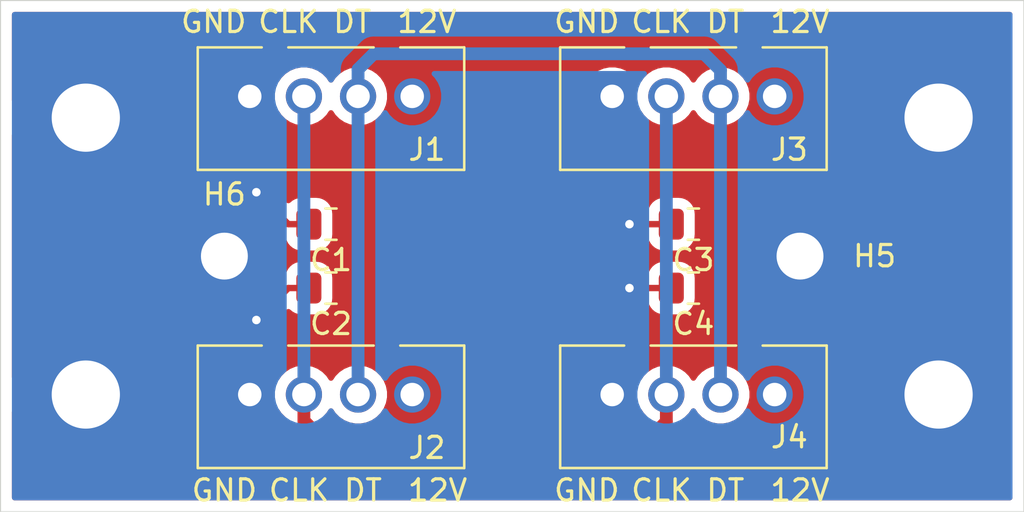
<source format=kicad_pcb>
(kicad_pcb (version 20171130) (host pcbnew "(5.1.12)-1")

  (general
    (thickness 1.6)
    (drawings 20)
    (tracks 28)
    (zones 0)
    (modules 14)
    (nets 5)
  )

  (page A4)
  (layers
    (0 F.Cu signal)
    (31 B.Cu signal)
    (32 B.Adhes user)
    (33 F.Adhes user)
    (34 B.Paste user)
    (35 F.Paste user)
    (36 B.SilkS user)
    (37 F.SilkS user)
    (38 B.Mask user)
    (39 F.Mask user)
    (40 Dwgs.User user)
    (41 Cmts.User user)
    (42 Eco1.User user)
    (43 Eco2.User user)
    (44 Edge.Cuts user)
    (45 Margin user)
    (46 B.CrtYd user)
    (47 F.CrtYd user)
    (48 B.Fab user hide)
    (49 F.Fab user hide)
  )

  (setup
    (last_trace_width 0.25)
    (user_trace_width 0.3)
    (user_trace_width 0.4)
    (user_trace_width 0.5)
    (user_trace_width 0.6)
    (user_trace_width 0.7)
    (user_trace_width 0.8)
    (trace_clearance 0.2)
    (zone_clearance 0.508)
    (zone_45_only no)
    (trace_min 0.2)
    (via_size 0.8)
    (via_drill 0.4)
    (via_min_size 0.4)
    (via_min_drill 0.3)
    (uvia_size 0.3)
    (uvia_drill 0.1)
    (uvias_allowed no)
    (uvia_min_size 0.2)
    (uvia_min_drill 0.1)
    (edge_width 0.05)
    (segment_width 0.2)
    (pcb_text_width 0.3)
    (pcb_text_size 1.5 1.5)
    (mod_edge_width 0.12)
    (mod_text_size 1 1)
    (mod_text_width 0.15)
    (pad_size 1.524 1.524)
    (pad_drill 0.762)
    (pad_to_mask_clearance 0)
    (aux_axis_origin 0 0)
    (visible_elements 7FFFFFFF)
    (pcbplotparams
      (layerselection 0x010fc_ffffffff)
      (usegerberextensions true)
      (usegerberattributes false)
      (usegerberadvancedattributes false)
      (creategerberjobfile false)
      (excludeedgelayer true)
      (linewidth 0.100000)
      (plotframeref false)
      (viasonmask false)
      (mode 1)
      (useauxorigin false)
      (hpglpennumber 1)
      (hpglpenspeed 20)
      (hpglpendiameter 15.000000)
      (psnegative false)
      (psa4output false)
      (plotreference true)
      (plotvalue false)
      (plotinvisibletext false)
      (padsonsilk false)
      (subtractmaskfromsilk true)
      (outputformat 1)
      (mirror false)
      (drillshape 0)
      (scaleselection 1)
      (outputdirectory "Mfg Files/Gerber/"))
  )

  (net 0 "")
  (net 1 GND)
  (net 2 +12V)
  (net 3 SDA)
  (net 4 SCL)

  (net_class Default "This is the default net class."
    (clearance 0.2)
    (trace_width 0.25)
    (via_dia 0.8)
    (via_drill 0.4)
    (uvia_dia 0.3)
    (uvia_drill 0.1)
    (add_net +12V)
    (add_net GND)
    (add_net SCL)
    (add_net SDA)
  )

  (module Stepper_Motor_Controller_Footprint_Lib:1005-003 (layer F.Cu) (tedit 632DE81F) (tstamp 632DE4B8)
    (at 149 88 180)
    (path /632E538B)
    (fp_text reference J4 (at -4.5 -2) (layer F.SilkS)
      (effects (font (size 1 1) (thickness 0.15)))
    )
    (fp_text value Comm_Connector (at -2.8 -5.8) (layer F.Fab)
      (effects (font (size 1 1) (thickness 0.15)))
    )
    (fp_line (start 6.5 -3.7) (end -6.5 -3.7) (layer F.CrtYd) (width 0.12))
    (fp_line (start 6.5 2.5) (end 6.5 -3.7) (layer F.CrtYd) (width 0.12))
    (fp_line (start -6.5 2.5) (end 6.5 2.5) (layer F.CrtYd) (width 0.12))
    (fp_line (start -6.5 -3.7) (end -6.5 2.5) (layer F.CrtYd) (width 0.12))
    (fp_line (start 6.25 -3.45) (end 6.25 2.3) (layer F.SilkS) (width 0.12))
    (fp_line (start -6.25 -3.45) (end 6.25 -3.45) (layer F.SilkS) (width 0.12))
    (fp_line (start -6.25 2.3) (end -6.25 -3.45) (layer F.SilkS) (width 0.12))
    (fp_line (start -2 2.3) (end 2 2.3) (layer F.SilkS) (width 0.12))
    (fp_line (start 6.25 2.3) (end 3.25 2.3) (layer F.SilkS) (width 0.12))
    (fp_line (start -6.25 2.3) (end -3.25 2.3) (layer F.SilkS) (width 0.12))
    (pad 1 thru_hole circle (at -3.81 0 180) (size 1.7 1.7) (drill 1.1) (layers *.Cu *.Mask)
      (net 2 +12V))
    (pad 2 thru_hole circle (at -1.27 0 270) (size 1.7 1.7) (drill 1.1) (layers *.Cu *.Mask)
      (net 3 SDA))
    (pad 4 thru_hole circle (at 3.81 0 180) (size 1.7 1.7) (drill 1.1) (layers *.Cu *.Mask)
      (net 1 GND))
    (pad 3 thru_hole circle (at 1.27 0 180) (size 1.7 1.7) (drill 1.1) (layers *.Cu *.Mask)
      (net 4 SCL))
    (model ${MODELS}/1005-003.STEP
      (offset (xyz -6.3 -2.3 0))
      (scale (xyz 1 1 1))
      (rotate (xyz -90 0 0))
    )
    (model "C:/Users/AJ992/Documents/My Projects/DAMPING_ADJUSTER/Stepper Motor Controller/CAD/STEP/1005-003.STEP"
      (offset (xyz -6.25 -2.25 0))
      (scale (xyz 1 1 1))
      (rotate (xyz -90 0 0))
    )
  )

  (module Stepper_Motor_Controller_Footprint_Lib:1005-003 (layer F.Cu) (tedit 632DE81F) (tstamp 632DE572)
    (at 149 74 180)
    (path /632E4ADE)
    (fp_text reference J3 (at -4.5 -2.5) (layer F.SilkS)
      (effects (font (size 1 1) (thickness 0.15)))
    )
    (fp_text value Comm_Connector (at -2.8 -5.8) (layer F.Fab)
      (effects (font (size 1 1) (thickness 0.15)))
    )
    (fp_line (start 6.5 -3.7) (end -6.5 -3.7) (layer F.CrtYd) (width 0.12))
    (fp_line (start 6.5 2.5) (end 6.5 -3.7) (layer F.CrtYd) (width 0.12))
    (fp_line (start -6.5 2.5) (end 6.5 2.5) (layer F.CrtYd) (width 0.12))
    (fp_line (start -6.5 -3.7) (end -6.5 2.5) (layer F.CrtYd) (width 0.12))
    (fp_line (start 6.25 -3.45) (end 6.25 2.3) (layer F.SilkS) (width 0.12))
    (fp_line (start -6.25 -3.45) (end 6.25 -3.45) (layer F.SilkS) (width 0.12))
    (fp_line (start -6.25 2.3) (end -6.25 -3.45) (layer F.SilkS) (width 0.12))
    (fp_line (start -2 2.3) (end 2 2.3) (layer F.SilkS) (width 0.12))
    (fp_line (start 6.25 2.3) (end 3.25 2.3) (layer F.SilkS) (width 0.12))
    (fp_line (start -6.25 2.3) (end -3.25 2.3) (layer F.SilkS) (width 0.12))
    (pad 1 thru_hole circle (at -3.81 0 180) (size 1.7 1.7) (drill 1.1) (layers *.Cu *.Mask)
      (net 2 +12V))
    (pad 2 thru_hole circle (at -1.27 0 270) (size 1.7 1.7) (drill 1.1) (layers *.Cu *.Mask)
      (net 3 SDA))
    (pad 4 thru_hole circle (at 3.81 0 180) (size 1.7 1.7) (drill 1.1) (layers *.Cu *.Mask)
      (net 1 GND))
    (pad 3 thru_hole circle (at 1.27 0 180) (size 1.7 1.7) (drill 1.1) (layers *.Cu *.Mask)
      (net 4 SCL))
    (model ${MODELS}/1005-003.STEP
      (offset (xyz -6.3 -2.3 0))
      (scale (xyz 1 1 1))
      (rotate (xyz -90 0 0))
    )
    (model "C:/Users/AJ992/Documents/My Projects/DAMPING_ADJUSTER/Stepper Motor Controller/CAD/STEP/1005-003.STEP"
      (offset (xyz -6.25 -2.25 0))
      (scale (xyz 1 1 1))
      (rotate (xyz -90 0 0))
    )
  )

  (module Stepper_Motor_Controller_Footprint_Lib:1005-003 (layer F.Cu) (tedit 632DE81F) (tstamp 632DE494)
    (at 132 88 180)
    (path /632E3322)
    (fp_text reference J2 (at -4.5 -2.5) (layer F.SilkS)
      (effects (font (size 1 1) (thickness 0.15)))
    )
    (fp_text value Comm_Connector (at -2.8 -5.8) (layer F.Fab)
      (effects (font (size 1 1) (thickness 0.15)))
    )
    (fp_line (start 6.5 -3.7) (end -6.5 -3.7) (layer F.CrtYd) (width 0.12))
    (fp_line (start 6.5 2.5) (end 6.5 -3.7) (layer F.CrtYd) (width 0.12))
    (fp_line (start -6.5 2.5) (end 6.5 2.5) (layer F.CrtYd) (width 0.12))
    (fp_line (start -6.5 -3.7) (end -6.5 2.5) (layer F.CrtYd) (width 0.12))
    (fp_line (start 6.25 -3.45) (end 6.25 2.3) (layer F.SilkS) (width 0.12))
    (fp_line (start -6.25 -3.45) (end 6.25 -3.45) (layer F.SilkS) (width 0.12))
    (fp_line (start -6.25 2.3) (end -6.25 -3.45) (layer F.SilkS) (width 0.12))
    (fp_line (start -2 2.3) (end 2 2.3) (layer F.SilkS) (width 0.12))
    (fp_line (start 6.25 2.3) (end 3.25 2.3) (layer F.SilkS) (width 0.12))
    (fp_line (start -6.25 2.3) (end -3.25 2.3) (layer F.SilkS) (width 0.12))
    (pad 1 thru_hole circle (at -3.81 0 180) (size 1.7 1.7) (drill 1.1) (layers *.Cu *.Mask)
      (net 2 +12V))
    (pad 2 thru_hole circle (at -1.27 0 270) (size 1.7 1.7) (drill 1.1) (layers *.Cu *.Mask)
      (net 3 SDA))
    (pad 4 thru_hole circle (at 3.81 0 180) (size 1.7 1.7) (drill 1.1) (layers *.Cu *.Mask)
      (net 1 GND))
    (pad 3 thru_hole circle (at 1.27 0 180) (size 1.7 1.7) (drill 1.1) (layers *.Cu *.Mask)
      (net 4 SCL))
    (model ${MODELS}/1005-003.STEP
      (offset (xyz -6.3 -2.3 0))
      (scale (xyz 1 1 1))
      (rotate (xyz -90 0 0))
    )
    (model "C:/Users/AJ992/Documents/My Projects/DAMPING_ADJUSTER/Stepper Motor Controller/CAD/STEP/1005-003.STEP"
      (offset (xyz -6.25 -2.25 0))
      (scale (xyz 1 1 1))
      (rotate (xyz -90 0 0))
    )
  )

  (module Stepper_Motor_Controller_Footprint_Lib:1005-003 (layer F.Cu) (tedit 632DE81F) (tstamp 632DE482)
    (at 132 74 180)
    (path /632DE4A5)
    (fp_text reference J1 (at -4.5 -2.5) (layer F.SilkS)
      (effects (font (size 1 1) (thickness 0.15)))
    )
    (fp_text value Comm_Connector (at -2.8 -5.8) (layer F.Fab)
      (effects (font (size 1 1) (thickness 0.15)))
    )
    (fp_line (start 6.5 -3.7) (end -6.5 -3.7) (layer F.CrtYd) (width 0.12))
    (fp_line (start 6.5 2.5) (end 6.5 -3.7) (layer F.CrtYd) (width 0.12))
    (fp_line (start -6.5 2.5) (end 6.5 2.5) (layer F.CrtYd) (width 0.12))
    (fp_line (start -6.5 -3.7) (end -6.5 2.5) (layer F.CrtYd) (width 0.12))
    (fp_line (start 6.25 -3.45) (end 6.25 2.3) (layer F.SilkS) (width 0.12))
    (fp_line (start -6.25 -3.45) (end 6.25 -3.45) (layer F.SilkS) (width 0.12))
    (fp_line (start -6.25 2.3) (end -6.25 -3.45) (layer F.SilkS) (width 0.12))
    (fp_line (start -2 2.3) (end 2 2.3) (layer F.SilkS) (width 0.12))
    (fp_line (start 6.25 2.3) (end 3.25 2.3) (layer F.SilkS) (width 0.12))
    (fp_line (start -6.25 2.3) (end -3.25 2.3) (layer F.SilkS) (width 0.12))
    (pad 1 thru_hole circle (at -3.81 0 180) (size 1.7 1.7) (drill 1.1) (layers *.Cu *.Mask)
      (net 2 +12V))
    (pad 2 thru_hole circle (at -1.27 0 270) (size 1.7 1.7) (drill 1.1) (layers *.Cu *.Mask)
      (net 3 SDA))
    (pad 4 thru_hole circle (at 3.81 0 180) (size 1.7 1.7) (drill 1.1) (layers *.Cu *.Mask)
      (net 1 GND))
    (pad 3 thru_hole circle (at 1.27 0 180) (size 1.7 1.7) (drill 1.1) (layers *.Cu *.Mask)
      (net 4 SCL))
    (model ${MODELS}/1005-003.STEP
      (offset (xyz -6.3 -2.3 0))
      (scale (xyz 1 1 1))
      (rotate (xyz -90 0 0))
    )
    (model "C:/Users/AJ992/Documents/My Projects/DAMPING_ADJUSTER/Stepper Motor Controller/CAD/STEP/1005-003.STEP"
      (offset (xyz -6.25 -2.25 0))
      (scale (xyz 1 1 1))
      (rotate (xyz -90 0 0))
    )
  )

  (module MountingHole:MountingHole_2.2mm_M2_DIN965_Pad (layer F.Cu) (tedit 56D1B4CB) (tstamp 632DECEF)
    (at 127 81.5)
    (descr "Mounting Hole 2.2mm, M2, DIN965")
    (tags "mounting hole 2.2mm m2 din965")
    (path /632F1F82)
    (attr virtual)
    (fp_text reference H6 (at 0 -2.9) (layer F.SilkS)
      (effects (font (size 1 1) (thickness 0.15)))
    )
    (fp_text value MountingHole_Pad (at 0 2.9) (layer F.Fab)
      (effects (font (size 1 1) (thickness 0.15)))
    )
    (fp_circle (center 0 0) (end 2.15 0) (layer F.CrtYd) (width 0.05))
    (fp_circle (center 0 0) (end 1.9 0) (layer Cmts.User) (width 0.15))
    (fp_text user %R (at 0.3 0) (layer F.Fab)
      (effects (font (size 1 1) (thickness 0.15)))
    )
    (pad 1 thru_hole circle (at 0 0) (size 3.8 3.8) (drill 2.2) (layers *.Cu *.Mask)
      (net 1 GND))
  )

  (module MountingHole:MountingHole_2.2mm_M2_DIN965_Pad (layer F.Cu) (tedit 56D1B4CB) (tstamp 632DECE7)
    (at 154 81.5)
    (descr "Mounting Hole 2.2mm, M2, DIN965")
    (tags "mounting hole 2.2mm m2 din965")
    (path /632F22B5)
    (attr virtual)
    (fp_text reference H5 (at 3.5 0) (layer F.SilkS)
      (effects (font (size 1 1) (thickness 0.15)))
    )
    (fp_text value MountingHole_Pad (at 0 2.9) (layer F.Fab)
      (effects (font (size 1 1) (thickness 0.15)))
    )
    (fp_circle (center 0 0) (end 2.15 0) (layer F.CrtYd) (width 0.05))
    (fp_circle (center 0 0) (end 1.9 0) (layer Cmts.User) (width 0.15))
    (fp_text user %R (at 0.3 0) (layer F.Fab)
      (effects (font (size 1 1) (thickness 0.15)))
    )
    (pad 1 thru_hole circle (at 0 0) (size 3.8 3.8) (drill 2.2) (layers *.Cu *.Mask)
      (net 1 GND))
  )

  (module MountingHole:MountingHole_3.2mm_M3_DIN965_Pad (layer F.Cu) (tedit 56D1B4CB) (tstamp 632DECDF)
    (at 120.5 88)
    (descr "Mounting Hole 3.2mm, M3, DIN965")
    (tags "mounting hole 3.2mm m3 din965")
    (path /632F0BFC)
    (attr virtual)
    (fp_text reference H4 (at 0 -3.8) (layer F.SilkS) hide
      (effects (font (size 1 1) (thickness 0.15)))
    )
    (fp_text value MountingHole_Pad (at 0 3.8) (layer F.Fab)
      (effects (font (size 1 1) (thickness 0.15)))
    )
    (fp_circle (center 0 0) (end 3.05 0) (layer F.CrtYd) (width 0.05))
    (fp_circle (center 0 0) (end 2.8 0) (layer Cmts.User) (width 0.15))
    (fp_text user %R (at 0.3 0) (layer F.Fab)
      (effects (font (size 1 1) (thickness 0.15)))
    )
    (pad 1 thru_hole circle (at 0 0) (size 5.6 5.6) (drill 3.2) (layers *.Cu *.Mask)
      (net 1 GND))
  )

  (module MountingHole:MountingHole_3.2mm_M3_DIN965_Pad (layer F.Cu) (tedit 56D1B4CB) (tstamp 632DECD7)
    (at 120.5 75)
    (descr "Mounting Hole 3.2mm, M3, DIN965")
    (tags "mounting hole 3.2mm m3 din965")
    (path /632F0DFC)
    (attr virtual)
    (fp_text reference H3 (at 0 -3.8) (layer F.SilkS) hide
      (effects (font (size 1 1) (thickness 0.15)))
    )
    (fp_text value MountingHole_Pad (at 0 3.8) (layer F.Fab)
      (effects (font (size 1 1) (thickness 0.15)))
    )
    (fp_circle (center 0 0) (end 3.05 0) (layer F.CrtYd) (width 0.05))
    (fp_circle (center 0 0) (end 2.8 0) (layer Cmts.User) (width 0.15))
    (fp_text user %R (at 0.3 0) (layer F.Fab)
      (effects (font (size 1 1) (thickness 0.15)))
    )
    (pad 1 thru_hole circle (at 0 0) (size 5.6 5.6) (drill 3.2) (layers *.Cu *.Mask)
      (net 1 GND))
  )

  (module MountingHole:MountingHole_3.2mm_M3_DIN965_Pad (layer F.Cu) (tedit 56D1B4CB) (tstamp 632DECCF)
    (at 160.5 88)
    (descr "Mounting Hole 3.2mm, M3, DIN965")
    (tags "mounting hole 3.2mm m3 din965")
    (path /632F1B0B)
    (attr virtual)
    (fp_text reference H2 (at 0 -3.8) (layer F.SilkS) hide
      (effects (font (size 1 1) (thickness 0.15)))
    )
    (fp_text value MountingHole_Pad (at 0 3.8) (layer F.Fab)
      (effects (font (size 1 1) (thickness 0.15)))
    )
    (fp_circle (center 0 0) (end 3.05 0) (layer F.CrtYd) (width 0.05))
    (fp_circle (center 0 0) (end 2.8 0) (layer Cmts.User) (width 0.15))
    (fp_text user %R (at 0.3 0) (layer F.Fab)
      (effects (font (size 1 1) (thickness 0.15)))
    )
    (pad 1 thru_hole circle (at 0 0) (size 5.6 5.6) (drill 3.2) (layers *.Cu *.Mask)
      (net 1 GND))
  )

  (module MountingHole:MountingHole_3.2mm_M3_DIN965_Pad (layer F.Cu) (tedit 56D1B4CB) (tstamp 632DECC7)
    (at 160.5 75)
    (descr "Mounting Hole 3.2mm, M3, DIN965")
    (tags "mounting hole 3.2mm m3 din965")
    (path /632F1C9E)
    (attr virtual)
    (fp_text reference H1 (at 0 -3.8) (layer F.SilkS) hide
      (effects (font (size 1 1) (thickness 0.15)))
    )
    (fp_text value MountingHole_Pad (at 0 3.8) (layer F.Fab)
      (effects (font (size 1 1) (thickness 0.15)))
    )
    (fp_circle (center 0 0) (end 3.05 0) (layer F.CrtYd) (width 0.05))
    (fp_circle (center 0 0) (end 2.8 0) (layer Cmts.User) (width 0.15))
    (fp_text user %R (at 0.3 0) (layer F.Fab)
      (effects (font (size 1 1) (thickness 0.15)))
    )
    (pad 1 thru_hole circle (at 0 0) (size 5.6 5.6) (drill 3.2) (layers *.Cu *.Mask)
      (net 1 GND))
  )

  (module Capacitor_SMD:C_0805_2012Metric_Pad1.18x1.45mm_HandSolder (layer F.Cu) (tedit 5F68FEEF) (tstamp 632DE62E)
    (at 149 83 180)
    (descr "Capacitor SMD 0805 (2012 Metric), square (rectangular) end terminal, IPC_7351 nominal with elongated pad for handsoldering. (Body size source: IPC-SM-782 page 76, https://www.pcb-3d.com/wordpress/wp-content/uploads/ipc-sm-782a_amendment_1_and_2.pdf, https://docs.google.com/spreadsheets/d/1BsfQQcO9C6DZCsRaXUlFlo91Tg2WpOkGARC1WS5S8t0/edit?usp=sharing), generated with kicad-footprint-generator")
    (tags "capacitor handsolder")
    (path /632EBF11)
    (attr smd)
    (fp_text reference C4 (at 0 -1.68) (layer F.SilkS)
      (effects (font (size 1 1) (thickness 0.15)))
    )
    (fp_text value .1u (at 0 1.68) (layer F.Fab)
      (effects (font (size 1 1) (thickness 0.15)))
    )
    (fp_line (start 1.88 0.98) (end -1.88 0.98) (layer F.CrtYd) (width 0.05))
    (fp_line (start 1.88 -0.98) (end 1.88 0.98) (layer F.CrtYd) (width 0.05))
    (fp_line (start -1.88 -0.98) (end 1.88 -0.98) (layer F.CrtYd) (width 0.05))
    (fp_line (start -1.88 0.98) (end -1.88 -0.98) (layer F.CrtYd) (width 0.05))
    (fp_line (start -0.261252 0.735) (end 0.261252 0.735) (layer F.SilkS) (width 0.12))
    (fp_line (start -0.261252 -0.735) (end 0.261252 -0.735) (layer F.SilkS) (width 0.12))
    (fp_line (start 1 0.625) (end -1 0.625) (layer F.Fab) (width 0.1))
    (fp_line (start 1 -0.625) (end 1 0.625) (layer F.Fab) (width 0.1))
    (fp_line (start -1 -0.625) (end 1 -0.625) (layer F.Fab) (width 0.1))
    (fp_line (start -1 0.625) (end -1 -0.625) (layer F.Fab) (width 0.1))
    (fp_text user %R (at 0 0) (layer F.Fab)
      (effects (font (size 0.5 0.5) (thickness 0.08)))
    )
    (pad 2 smd roundrect (at 1.0375 0 180) (size 1.175 1.45) (layers F.Cu F.Paste F.Mask) (roundrect_rratio 0.2127659574468085)
      (net 1 GND))
    (pad 1 smd roundrect (at -1.0375 0 180) (size 1.175 1.45) (layers F.Cu F.Paste F.Mask) (roundrect_rratio 0.2127659574468085)
      (net 2 +12V))
    (model ${KISYS3DMOD}/Capacitor_SMD.3dshapes/C_0805_2012Metric.wrl
      (at (xyz 0 0 0))
      (scale (xyz 1 1 1))
      (rotate (xyz 0 0 0))
    )
  )

  (module Capacitor_SMD:C_0805_2012Metric_Pad1.18x1.45mm_HandSolder (layer F.Cu) (tedit 5F68FEEF) (tstamp 632DE45F)
    (at 149 80 180)
    (descr "Capacitor SMD 0805 (2012 Metric), square (rectangular) end terminal, IPC_7351 nominal with elongated pad for handsoldering. (Body size source: IPC-SM-782 page 76, https://www.pcb-3d.com/wordpress/wp-content/uploads/ipc-sm-782a_amendment_1_and_2.pdf, https://docs.google.com/spreadsheets/d/1BsfQQcO9C6DZCsRaXUlFlo91Tg2WpOkGARC1WS5S8t0/edit?usp=sharing), generated with kicad-footprint-generator")
    (tags "capacitor handsolder")
    (path /632EB4F3)
    (attr smd)
    (fp_text reference C3 (at 0 -1.68) (layer F.SilkS)
      (effects (font (size 1 1) (thickness 0.15)))
    )
    (fp_text value .1u (at 0 1.68) (layer F.Fab)
      (effects (font (size 1 1) (thickness 0.15)))
    )
    (fp_line (start 1.88 0.98) (end -1.88 0.98) (layer F.CrtYd) (width 0.05))
    (fp_line (start 1.88 -0.98) (end 1.88 0.98) (layer F.CrtYd) (width 0.05))
    (fp_line (start -1.88 -0.98) (end 1.88 -0.98) (layer F.CrtYd) (width 0.05))
    (fp_line (start -1.88 0.98) (end -1.88 -0.98) (layer F.CrtYd) (width 0.05))
    (fp_line (start -0.261252 0.735) (end 0.261252 0.735) (layer F.SilkS) (width 0.12))
    (fp_line (start -0.261252 -0.735) (end 0.261252 -0.735) (layer F.SilkS) (width 0.12))
    (fp_line (start 1 0.625) (end -1 0.625) (layer F.Fab) (width 0.1))
    (fp_line (start 1 -0.625) (end 1 0.625) (layer F.Fab) (width 0.1))
    (fp_line (start -1 -0.625) (end 1 -0.625) (layer F.Fab) (width 0.1))
    (fp_line (start -1 0.625) (end -1 -0.625) (layer F.Fab) (width 0.1))
    (fp_text user %R (at 0 0) (layer F.Fab)
      (effects (font (size 0.5 0.5) (thickness 0.08)))
    )
    (pad 2 smd roundrect (at 1.0375 0 180) (size 1.175 1.45) (layers F.Cu F.Paste F.Mask) (roundrect_rratio 0.2127659574468085)
      (net 1 GND))
    (pad 1 smd roundrect (at -1.0375 0 180) (size 1.175 1.45) (layers F.Cu F.Paste F.Mask) (roundrect_rratio 0.2127659574468085)
      (net 2 +12V))
    (model ${KISYS3DMOD}/Capacitor_SMD.3dshapes/C_0805_2012Metric.wrl
      (at (xyz 0 0 0))
      (scale (xyz 1 1 1))
      (rotate (xyz 0 0 0))
    )
  )

  (module Capacitor_SMD:C_0805_2012Metric_Pad1.18x1.45mm_HandSolder (layer F.Cu) (tedit 5F68FEEF) (tstamp 632DEF87)
    (at 132 83 180)
    (descr "Capacitor SMD 0805 (2012 Metric), square (rectangular) end terminal, IPC_7351 nominal with elongated pad for handsoldering. (Body size source: IPC-SM-782 page 76, https://www.pcb-3d.com/wordpress/wp-content/uploads/ipc-sm-782a_amendment_1_and_2.pdf, https://docs.google.com/spreadsheets/d/1BsfQQcO9C6DZCsRaXUlFlo91Tg2WpOkGARC1WS5S8t0/edit?usp=sharing), generated with kicad-footprint-generator")
    (tags "capacitor handsolder")
    (path /632EAB4A)
    (attr smd)
    (fp_text reference C2 (at 0 -1.68) (layer F.SilkS)
      (effects (font (size 1 1) (thickness 0.15)))
    )
    (fp_text value .1u (at 0 1.68) (layer F.Fab)
      (effects (font (size 1 1) (thickness 0.15)))
    )
    (fp_line (start 1.88 0.98) (end -1.88 0.98) (layer F.CrtYd) (width 0.05))
    (fp_line (start 1.88 -0.98) (end 1.88 0.98) (layer F.CrtYd) (width 0.05))
    (fp_line (start -1.88 -0.98) (end 1.88 -0.98) (layer F.CrtYd) (width 0.05))
    (fp_line (start -1.88 0.98) (end -1.88 -0.98) (layer F.CrtYd) (width 0.05))
    (fp_line (start -0.261252 0.735) (end 0.261252 0.735) (layer F.SilkS) (width 0.12))
    (fp_line (start -0.261252 -0.735) (end 0.261252 -0.735) (layer F.SilkS) (width 0.12))
    (fp_line (start 1 0.625) (end -1 0.625) (layer F.Fab) (width 0.1))
    (fp_line (start 1 -0.625) (end 1 0.625) (layer F.Fab) (width 0.1))
    (fp_line (start -1 -0.625) (end 1 -0.625) (layer F.Fab) (width 0.1))
    (fp_line (start -1 0.625) (end -1 -0.625) (layer F.Fab) (width 0.1))
    (fp_text user %R (at 0 0) (layer F.Fab)
      (effects (font (size 0.5 0.5) (thickness 0.08)))
    )
    (pad 2 smd roundrect (at 1.0375 0 180) (size 1.175 1.45) (layers F.Cu F.Paste F.Mask) (roundrect_rratio 0.2127659574468085)
      (net 1 GND))
    (pad 1 smd roundrect (at -1.0375 0 180) (size 1.175 1.45) (layers F.Cu F.Paste F.Mask) (roundrect_rratio 0.2127659574468085)
      (net 2 +12V))
    (model ${KISYS3DMOD}/Capacitor_SMD.3dshapes/C_0805_2012Metric.wrl
      (at (xyz 0 0 0))
      (scale (xyz 1 1 1))
      (rotate (xyz 0 0 0))
    )
  )

  (module Capacitor_SMD:C_0805_2012Metric_Pad1.18x1.45mm_HandSolder (layer F.Cu) (tedit 5F68FEEF) (tstamp 632DE43D)
    (at 132 80 180)
    (descr "Capacitor SMD 0805 (2012 Metric), square (rectangular) end terminal, IPC_7351 nominal with elongated pad for handsoldering. (Body size source: IPC-SM-782 page 76, https://www.pcb-3d.com/wordpress/wp-content/uploads/ipc-sm-782a_amendment_1_and_2.pdf, https://docs.google.com/spreadsheets/d/1BsfQQcO9C6DZCsRaXUlFlo91Tg2WpOkGARC1WS5S8t0/edit?usp=sharing), generated with kicad-footprint-generator")
    (tags "capacitor handsolder")
    (path /632EA05E)
    (attr smd)
    (fp_text reference C1 (at 0 -1.68) (layer F.SilkS)
      (effects (font (size 1 1) (thickness 0.15)))
    )
    (fp_text value .1u (at 0 1.68) (layer F.Fab)
      (effects (font (size 1 1) (thickness 0.15)))
    )
    (fp_line (start 1.88 0.98) (end -1.88 0.98) (layer F.CrtYd) (width 0.05))
    (fp_line (start 1.88 -0.98) (end 1.88 0.98) (layer F.CrtYd) (width 0.05))
    (fp_line (start -1.88 -0.98) (end 1.88 -0.98) (layer F.CrtYd) (width 0.05))
    (fp_line (start -1.88 0.98) (end -1.88 -0.98) (layer F.CrtYd) (width 0.05))
    (fp_line (start -0.261252 0.735) (end 0.261252 0.735) (layer F.SilkS) (width 0.12))
    (fp_line (start -0.261252 -0.735) (end 0.261252 -0.735) (layer F.SilkS) (width 0.12))
    (fp_line (start 1 0.625) (end -1 0.625) (layer F.Fab) (width 0.1))
    (fp_line (start 1 -0.625) (end 1 0.625) (layer F.Fab) (width 0.1))
    (fp_line (start -1 -0.625) (end 1 -0.625) (layer F.Fab) (width 0.1))
    (fp_line (start -1 0.625) (end -1 -0.625) (layer F.Fab) (width 0.1))
    (fp_text user %R (at 0 0) (layer F.Fab)
      (effects (font (size 0.5 0.5) (thickness 0.08)))
    )
    (pad 2 smd roundrect (at 1.0375 0 180) (size 1.175 1.45) (layers F.Cu F.Paste F.Mask) (roundrect_rratio 0.2127659574468085)
      (net 1 GND))
    (pad 1 smd roundrect (at -1.0375 0 180) (size 1.175 1.45) (layers F.Cu F.Paste F.Mask) (roundrect_rratio 0.2127659574468085)
      (net 2 +12V))
    (model ${KISYS3DMOD}/Capacitor_SMD.3dshapes/C_0805_2012Metric.wrl
      (at (xyz 0 0 0))
      (scale (xyz 1 1 1))
      (rotate (xyz 0 0 0))
    )
  )

  (gr_text 12V (at 154 70.5) (layer F.SilkS) (tstamp 632DF3C6)
    (effects (font (size 1 1) (thickness 0.15)))
  )
  (gr_text DT (at 150.5 70.5) (layer F.SilkS) (tstamp 632DF3C5)
    (effects (font (size 1 1) (thickness 0.15)))
  )
  (gr_text GND (at 144 70.5) (layer F.SilkS) (tstamp 632DF3C4)
    (effects (font (size 1 1) (thickness 0.15)))
  )
  (gr_text CLK (at 147.5 70.5) (layer F.SilkS) (tstamp 632DF3C3)
    (effects (font (size 1 1) (thickness 0.15)))
  )
  (gr_text 12V (at 136.5 70.5) (layer F.SilkS) (tstamp 632DF3C6)
    (effects (font (size 1 1) (thickness 0.15)))
  )
  (gr_text DT (at 133 70.5) (layer F.SilkS) (tstamp 632DF3C5)
    (effects (font (size 1 1) (thickness 0.15)))
  )
  (gr_text GND (at 126.5 70.5) (layer F.SilkS) (tstamp 632DF3C4)
    (effects (font (size 1 1) (thickness 0.15)))
  )
  (gr_text CLK (at 130 70.5) (layer F.SilkS) (tstamp 632DF3C3)
    (effects (font (size 1 1) (thickness 0.15)))
  )
  (gr_text 12V (at 137 92.5) (layer F.SilkS) (tstamp 632DF3C6)
    (effects (font (size 1 1) (thickness 0.15)))
  )
  (gr_text DT (at 133.5 92.5) (layer F.SilkS) (tstamp 632DF3C5)
    (effects (font (size 1 1) (thickness 0.15)))
  )
  (gr_text GND (at 127 92.5) (layer F.SilkS) (tstamp 632DF3C4)
    (effects (font (size 1 1) (thickness 0.15)))
  )
  (gr_text CLK (at 130.5 92.5) (layer F.SilkS) (tstamp 632DF3C3)
    (effects (font (size 1 1) (thickness 0.15)))
  )
  (gr_text GND (at 144 92.5) (layer F.SilkS)
    (effects (font (size 1 1) (thickness 0.15)))
  )
  (gr_text CLK (at 147.5 92.5) (layer F.SilkS)
    (effects (font (size 1 1) (thickness 0.15)))
  )
  (gr_text DT (at 150.5 92.5) (layer F.SilkS)
    (effects (font (size 1 1) (thickness 0.15)))
  )
  (gr_text 12V (at 154 92.5) (layer F.SilkS)
    (effects (font (size 1 1) (thickness 0.15)))
  )
  (gr_line (start 164.5 69.5) (end 116.5 69.5) (layer Edge.Cuts) (width 0.05) (tstamp 632DEE0C))
  (gr_line (start 164.5 93.5) (end 164.5 69.5) (layer Edge.Cuts) (width 0.05))
  (gr_line (start 116.5 93.5) (end 164.5 93.5) (layer Edge.Cuts) (width 0.05))
  (gr_line (start 116.5 69.5) (end 116.5 93.5) (layer Edge.Cuts) (width 0.05))

  (segment (start 130.9625 83) (end 130 83) (width 0.3) (layer F.Cu) (net 1))
  (segment (start 130 83) (end 128.5 84.5) (width 0.3) (layer F.Cu) (net 1))
  (segment (start 128.5 84.5) (end 128.5 84.5) (width 0.3) (layer F.Cu) (net 1) (tstamp 632DF2CD))
  (via (at 128.5 84.5) (size 0.8) (drill 0.4) (layers F.Cu B.Cu) (net 1))
  (segment (start 130 80) (end 128.5 78.5) (width 0.3) (layer F.Cu) (net 1))
  (segment (start 130.9625 80) (end 130 80) (width 0.3) (layer F.Cu) (net 1))
  (segment (start 128.5 78.5) (end 128.5 78.5) (width 0.3) (layer F.Cu) (net 1) (tstamp 632DF2E7))
  (via (at 128.5 78.5) (size 0.8) (drill 0.4) (layers F.Cu B.Cu) (net 1))
  (segment (start 147.9625 80) (end 146 80) (width 0.3) (layer F.Cu) (net 1))
  (segment (start 146 80) (end 146 80) (width 0.3) (layer F.Cu) (net 1) (tstamp 632DF2F1))
  (via (at 146 80) (size 0.8) (drill 0.4) (layers F.Cu B.Cu) (net 1))
  (segment (start 147.9625 83) (end 146 83) (width 0.3) (layer F.Cu) (net 1))
  (segment (start 146 83) (end 146 83) (width 0.3) (layer F.Cu) (net 1) (tstamp 632DF2FB))
  (via (at 146 83) (size 0.8) (drill 0.4) (layers F.Cu B.Cu) (net 1))
  (segment (start 150.27 88) (end 150.27 74) (width 0.6) (layer B.Cu) (net 3))
  (segment (start 133.27 88) (end 133.27 74) (width 0.6) (layer B.Cu) (net 3))
  (segment (start 150.27 72.77) (end 150.27 74) (width 0.6) (layer B.Cu) (net 3))
  (segment (start 149.5 72) (end 150.27 72.77) (width 0.6) (layer B.Cu) (net 3))
  (segment (start 134 72) (end 149.5 72) (width 0.6) (layer B.Cu) (net 3))
  (segment (start 133.27 72.73) (end 134 72) (width 0.6) (layer B.Cu) (net 3))
  (segment (start 133.27 74) (end 133.27 72.73) (width 0.6) (layer B.Cu) (net 3))
  (segment (start 147.73 88) (end 147.73 74) (width 0.6) (layer B.Cu) (net 4))
  (segment (start 130.73 88) (end 130.73 74) (width 0.6) (layer B.Cu) (net 4))
  (segment (start 130.73 88) (end 130.73 89.23) (width 0.6) (layer F.Cu) (net 4))
  (segment (start 130.73 89.23) (end 132 90.5) (width 0.6) (layer F.Cu) (net 4))
  (segment (start 132 90.5) (end 146.5 90.5) (width 0.6) (layer F.Cu) (net 4))
  (segment (start 147.73 89.27) (end 147.73 88) (width 0.6) (layer F.Cu) (net 4))
  (segment (start 146.5 90.5) (end 147.73 89.27) (width 0.6) (layer F.Cu) (net 4))

  (zone (net 2) (net_name +12V) (layer F.Cu) (tstamp 632F5DEE) (hatch edge 0.508)
    (connect_pads yes (clearance 0.508))
    (min_thickness 0.254)
    (fill yes (arc_segments 32) (thermal_gap 0.508) (thermal_bridge_width 0.508))
    (polygon
      (pts
        (xy 164.5 93.5) (xy 116.5 93.5) (xy 116.5 69.5) (xy 164.5 69.5)
      )
    )
    (filled_polygon
      (pts
        (xy 163.840001 74.184092) (xy 163.802994 73.998048) (xy 163.544057 73.372918) (xy 163.168138 72.810315) (xy 162.689685 72.331862)
        (xy 162.127082 71.955943) (xy 161.501952 71.697006) (xy 160.838318 71.565) (xy 160.161682 71.565) (xy 159.498048 71.697006)
        (xy 158.872918 71.955943) (xy 158.310315 72.331862) (xy 157.831862 72.810315) (xy 157.455943 73.372918) (xy 157.197006 73.998048)
        (xy 157.065 74.661682) (xy 157.065 75.338318) (xy 157.197006 76.001952) (xy 157.455943 76.627082) (xy 157.831862 77.189685)
        (xy 158.310315 77.668138) (xy 158.872918 78.044057) (xy 159.498048 78.302994) (xy 160.161682 78.435) (xy 160.838318 78.435)
        (xy 161.501952 78.302994) (xy 162.127082 78.044057) (xy 162.689685 77.668138) (xy 163.168138 77.189685) (xy 163.544057 76.627082)
        (xy 163.802994 76.001952) (xy 163.840001 75.815908) (xy 163.84 87.184088) (xy 163.802994 86.998048) (xy 163.544057 86.372918)
        (xy 163.168138 85.810315) (xy 162.689685 85.331862) (xy 162.127082 84.955943) (xy 161.501952 84.697006) (xy 160.838318 84.565)
        (xy 160.161682 84.565) (xy 159.498048 84.697006) (xy 158.872918 84.955943) (xy 158.310315 85.331862) (xy 157.831862 85.810315)
        (xy 157.455943 86.372918) (xy 157.197006 86.998048) (xy 157.065 87.661682) (xy 157.065 88.338318) (xy 157.197006 89.001952)
        (xy 157.455943 89.627082) (xy 157.831862 90.189685) (xy 158.310315 90.668138) (xy 158.872918 91.044057) (xy 159.498048 91.302994)
        (xy 160.161682 91.435) (xy 160.838318 91.435) (xy 161.501952 91.302994) (xy 162.127082 91.044057) (xy 162.689685 90.668138)
        (xy 163.168138 90.189685) (xy 163.544057 89.627082) (xy 163.802994 89.001952) (xy 163.84 88.815912) (xy 163.84 92.84)
        (xy 117.16 92.84) (xy 117.16 88.815912) (xy 117.197006 89.001952) (xy 117.455943 89.627082) (xy 117.831862 90.189685)
        (xy 118.310315 90.668138) (xy 118.872918 91.044057) (xy 119.498048 91.302994) (xy 120.161682 91.435) (xy 120.838318 91.435)
        (xy 121.501952 91.302994) (xy 122.127082 91.044057) (xy 122.689685 90.668138) (xy 123.168138 90.189685) (xy 123.544057 89.627082)
        (xy 123.802994 89.001952) (xy 123.935 88.338318) (xy 123.935 87.85374) (xy 126.705 87.85374) (xy 126.705 88.14626)
        (xy 126.762068 88.433158) (xy 126.87401 88.703411) (xy 127.036525 88.946632) (xy 127.243368 89.153475) (xy 127.486589 89.31599)
        (xy 127.756842 89.427932) (xy 128.04374 89.485) (xy 128.33626 89.485) (xy 128.623158 89.427932) (xy 128.893411 89.31599)
        (xy 129.136632 89.153475) (xy 129.343475 88.946632) (xy 129.46 88.77224) (xy 129.576525 88.946632) (xy 129.783368 89.153475)
        (xy 129.795001 89.161248) (xy 129.795001 89.184059) (xy 129.790476 89.23) (xy 129.808529 89.413291) (xy 129.830282 89.485)
        (xy 129.861994 89.58954) (xy 129.948815 89.751972) (xy 130.065657 89.894344) (xy 130.101336 89.923625) (xy 131.306374 91.128664)
        (xy 131.335656 91.164344) (xy 131.478028 91.281186) (xy 131.64046 91.368007) (xy 131.763243 91.405253) (xy 131.816707 91.421471)
        (xy 131.999999 91.439524) (xy 132.045931 91.435) (xy 146.454068 91.435) (xy 146.5 91.439524) (xy 146.545932 91.435)
        (xy 146.683292 91.421471) (xy 146.85954 91.368007) (xy 147.021972 91.281186) (xy 147.164344 91.164344) (xy 147.19363 91.128659)
        (xy 148.35866 89.963629) (xy 148.394344 89.934344) (xy 148.511186 89.791972) (xy 148.596696 89.631993) (xy 148.598007 89.629541)
        (xy 148.651472 89.453292) (xy 148.669524 89.27) (xy 148.665 89.224065) (xy 148.665 89.161247) (xy 148.676632 89.153475)
        (xy 148.883475 88.946632) (xy 149 88.77224) (xy 149.116525 88.946632) (xy 149.323368 89.153475) (xy 149.566589 89.31599)
        (xy 149.836842 89.427932) (xy 150.12374 89.485) (xy 150.41626 89.485) (xy 150.703158 89.427932) (xy 150.973411 89.31599)
        (xy 151.216632 89.153475) (xy 151.423475 88.946632) (xy 151.58599 88.703411) (xy 151.697932 88.433158) (xy 151.755 88.14626)
        (xy 151.755 87.85374) (xy 151.697932 87.566842) (xy 151.58599 87.296589) (xy 151.423475 87.053368) (xy 151.216632 86.846525)
        (xy 150.973411 86.68401) (xy 150.703158 86.572068) (xy 150.41626 86.515) (xy 150.12374 86.515) (xy 149.836842 86.572068)
        (xy 149.566589 86.68401) (xy 149.323368 86.846525) (xy 149.116525 87.053368) (xy 149 87.22776) (xy 148.883475 87.053368)
        (xy 148.676632 86.846525) (xy 148.433411 86.68401) (xy 148.163158 86.572068) (xy 147.87626 86.515) (xy 147.58374 86.515)
        (xy 147.296842 86.572068) (xy 147.026589 86.68401) (xy 146.783368 86.846525) (xy 146.576525 87.053368) (xy 146.46 87.22776)
        (xy 146.343475 87.053368) (xy 146.136632 86.846525) (xy 145.893411 86.68401) (xy 145.623158 86.572068) (xy 145.33626 86.515)
        (xy 145.04374 86.515) (xy 144.756842 86.572068) (xy 144.486589 86.68401) (xy 144.243368 86.846525) (xy 144.036525 87.053368)
        (xy 143.87401 87.296589) (xy 143.762068 87.566842) (xy 143.705 87.85374) (xy 143.705 88.14626) (xy 143.762068 88.433158)
        (xy 143.87401 88.703411) (xy 144.036525 88.946632) (xy 144.243368 89.153475) (xy 144.486589 89.31599) (xy 144.756842 89.427932)
        (xy 145.04374 89.485) (xy 145.33626 89.485) (xy 145.623158 89.427932) (xy 145.893411 89.31599) (xy 146.136632 89.153475)
        (xy 146.343475 88.946632) (xy 146.46 88.77224) (xy 146.576525 88.946632) (xy 146.653802 89.023909) (xy 146.112711 89.565)
        (xy 132.38729 89.565) (xy 131.826198 89.003909) (xy 131.883475 88.946632) (xy 132 88.77224) (xy 132.116525 88.946632)
        (xy 132.323368 89.153475) (xy 132.566589 89.31599) (xy 132.836842 89.427932) (xy 133.12374 89.485) (xy 133.41626 89.485)
        (xy 133.703158 89.427932) (xy 133.973411 89.31599) (xy 134.216632 89.153475) (xy 134.423475 88.946632) (xy 134.58599 88.703411)
        (xy 134.697932 88.433158) (xy 134.755 88.14626) (xy 134.755 87.85374) (xy 134.697932 87.566842) (xy 134.58599 87.296589)
        (xy 134.423475 87.053368) (xy 134.216632 86.846525) (xy 133.973411 86.68401) (xy 133.703158 86.572068) (xy 133.41626 86.515)
        (xy 133.12374 86.515) (xy 132.836842 86.572068) (xy 132.566589 86.68401) (xy 132.323368 86.846525) (xy 132.116525 87.053368)
        (xy 132 87.22776) (xy 131.883475 87.053368) (xy 131.676632 86.846525) (xy 131.433411 86.68401) (xy 131.163158 86.572068)
        (xy 130.87626 86.515) (xy 130.58374 86.515) (xy 130.296842 86.572068) (xy 130.026589 86.68401) (xy 129.783368 86.846525)
        (xy 129.576525 87.053368) (xy 129.46 87.22776) (xy 129.343475 87.053368) (xy 129.136632 86.846525) (xy 128.893411 86.68401)
        (xy 128.623158 86.572068) (xy 128.33626 86.515) (xy 128.04374 86.515) (xy 127.756842 86.572068) (xy 127.486589 86.68401)
        (xy 127.243368 86.846525) (xy 127.036525 87.053368) (xy 126.87401 87.296589) (xy 126.762068 87.566842) (xy 126.705 87.85374)
        (xy 123.935 87.85374) (xy 123.935 87.661682) (xy 123.802994 86.998048) (xy 123.544057 86.372918) (xy 123.168138 85.810315)
        (xy 122.689685 85.331862) (xy 122.127082 84.955943) (xy 121.501952 84.697006) (xy 120.838318 84.565) (xy 120.161682 84.565)
        (xy 119.498048 84.697006) (xy 118.872918 84.955943) (xy 118.310315 85.331862) (xy 117.831862 85.810315) (xy 117.455943 86.372918)
        (xy 117.197006 86.998048) (xy 117.16 87.184088) (xy 117.16 81.250324) (xy 124.465 81.250324) (xy 124.465 81.749676)
        (xy 124.562418 82.239432) (xy 124.753512 82.700773) (xy 125.030937 83.115968) (xy 125.384032 83.469063) (xy 125.799227 83.746488)
        (xy 126.260568 83.937582) (xy 126.750324 84.035) (xy 127.249676 84.035) (xy 127.614393 83.962454) (xy 127.582795 84.009744)
        (xy 127.504774 84.198102) (xy 127.465 84.398061) (xy 127.465 84.601939) (xy 127.504774 84.801898) (xy 127.582795 84.990256)
        (xy 127.696063 85.159774) (xy 127.840226 85.303937) (xy 128.009744 85.417205) (xy 128.198102 85.495226) (xy 128.398061 85.535)
        (xy 128.601939 85.535) (xy 128.801898 85.495226) (xy 128.990256 85.417205) (xy 129.159774 85.303937) (xy 129.303937 85.159774)
        (xy 129.417205 84.990256) (xy 129.495226 84.801898) (xy 129.535 84.601939) (xy 129.535 84.575157) (xy 130.002617 84.107541)
        (xy 130.131614 84.213405) (xy 130.28515 84.295472) (xy 130.451746 84.346008) (xy 130.625 84.363072) (xy 131.3 84.363072)
        (xy 131.473254 84.346008) (xy 131.63985 84.295472) (xy 131.793386 84.213405) (xy 131.927962 84.102962) (xy 132.038405 83.968386)
        (xy 132.120472 83.81485) (xy 132.171008 83.648254) (xy 132.188072 83.475) (xy 132.188072 82.898061) (xy 144.965 82.898061)
        (xy 144.965 83.101939) (xy 145.004774 83.301898) (xy 145.082795 83.490256) (xy 145.196063 83.659774) (xy 145.340226 83.803937)
        (xy 145.509744 83.917205) (xy 145.698102 83.995226) (xy 145.898061 84.035) (xy 146.101939 84.035) (xy 146.301898 83.995226)
        (xy 146.490256 83.917205) (xy 146.659774 83.803937) (xy 146.678711 83.785) (xy 146.795473 83.785) (xy 146.804528 83.81485)
        (xy 146.886595 83.968386) (xy 146.997038 84.102962) (xy 147.131614 84.213405) (xy 147.28515 84.295472) (xy 147.451746 84.346008)
        (xy 147.625 84.363072) (xy 148.3 84.363072) (xy 148.473254 84.346008) (xy 148.63985 84.295472) (xy 148.793386 84.213405)
        (xy 148.927962 84.102962) (xy 149.038405 83.968386) (xy 149.120472 83.81485) (xy 149.171008 83.648254) (xy 149.188072 83.475)
        (xy 149.188072 82.525) (xy 149.171008 82.351746) (xy 149.120472 82.18515) (xy 149.038405 82.031614) (xy 148.927962 81.897038)
        (xy 148.793386 81.786595) (xy 148.63985 81.704528) (xy 148.473254 81.653992) (xy 148.3 81.636928) (xy 147.625 81.636928)
        (xy 147.451746 81.653992) (xy 147.28515 81.704528) (xy 147.131614 81.786595) (xy 146.997038 81.897038) (xy 146.886595 82.031614)
        (xy 146.804528 82.18515) (xy 146.795473 82.215) (xy 146.678711 82.215) (xy 146.659774 82.196063) (xy 146.490256 82.082795)
        (xy 146.301898 82.004774) (xy 146.101939 81.965) (xy 145.898061 81.965) (xy 145.698102 82.004774) (xy 145.509744 82.082795)
        (xy 145.340226 82.196063) (xy 145.196063 82.340226) (xy 145.082795 82.509744) (xy 145.004774 82.698102) (xy 144.965 82.898061)
        (xy 132.188072 82.898061) (xy 132.188072 82.525) (xy 132.171008 82.351746) (xy 132.120472 82.18515) (xy 132.038405 82.031614)
        (xy 131.927962 81.897038) (xy 131.793386 81.786595) (xy 131.63985 81.704528) (xy 131.473254 81.653992) (xy 131.3 81.636928)
        (xy 130.625 81.636928) (xy 130.451746 81.653992) (xy 130.28515 81.704528) (xy 130.131614 81.786595) (xy 129.997038 81.897038)
        (xy 129.886595 82.031614) (xy 129.804528 82.18515) (xy 129.786546 82.244428) (xy 129.69814 82.271246) (xy 129.561767 82.344138)
        (xy 129.501559 82.39355) (xy 129.472187 82.417655) (xy 129.472184 82.417658) (xy 129.442236 82.442236) (xy 129.417658 82.472184)
        (xy 129.287089 82.602753) (xy 129.437582 82.239432) (xy 129.535 81.749676) (xy 129.535 81.250324) (xy 129.437582 80.760568)
        (xy 129.287089 80.397247) (xy 129.417658 80.527816) (xy 129.442236 80.557764) (xy 129.472184 80.582342) (xy 129.472187 80.582345)
        (xy 129.501559 80.60645) (xy 129.561767 80.655862) (xy 129.69814 80.728754) (xy 129.786546 80.755572) (xy 129.804528 80.81485)
        (xy 129.886595 80.968386) (xy 129.997038 81.102962) (xy 130.131614 81.213405) (xy 130.28515 81.295472) (xy 130.451746 81.346008)
        (xy 130.625 81.363072) (xy 131.3 81.363072) (xy 131.473254 81.346008) (xy 131.63985 81.295472) (xy 131.793386 81.213405)
        (xy 131.927962 81.102962) (xy 132.038405 80.968386) (xy 132.120472 80.81485) (xy 132.171008 80.648254) (xy 132.188072 80.475)
        (xy 132.188072 79.898061) (xy 144.965 79.898061) (xy 144.965 80.101939) (xy 145.004774 80.301898) (xy 145.082795 80.490256)
        (xy 145.196063 80.659774) (xy 145.340226 80.803937) (xy 145.509744 80.917205) (xy 145.698102 80.995226) (xy 145.898061 81.035)
        (xy 146.101939 81.035) (xy 146.301898 80.995226) (xy 146.490256 80.917205) (xy 146.659774 80.803937) (xy 146.678711 80.785)
        (xy 146.795473 80.785) (xy 146.804528 80.81485) (xy 146.886595 80.968386) (xy 146.997038 81.102962) (xy 147.131614 81.213405)
        (xy 147.28515 81.295472) (xy 147.451746 81.346008) (xy 147.625 81.363072) (xy 148.3 81.363072) (xy 148.473254 81.346008)
        (xy 148.63985 81.295472) (xy 148.724315 81.250324) (xy 151.465 81.250324) (xy 151.465 81.749676) (xy 151.562418 82.239432)
        (xy 151.753512 82.700773) (xy 152.030937 83.115968) (xy 152.384032 83.469063) (xy 152.799227 83.746488) (xy 153.260568 83.937582)
        (xy 153.750324 84.035) (xy 154.249676 84.035) (xy 154.739432 83.937582) (xy 155.200773 83.746488) (xy 155.615968 83.469063)
        (xy 155.969063 83.115968) (xy 156.246488 82.700773) (xy 156.437582 82.239432) (xy 156.535 81.749676) (xy 156.535 81.250324)
        (xy 156.437582 80.760568) (xy 156.246488 80.299227) (xy 155.969063 79.884032) (xy 155.615968 79.530937) (xy 155.200773 79.253512)
        (xy 154.739432 79.062418) (xy 154.249676 78.965) (xy 153.750324 78.965) (xy 153.260568 79.062418) (xy 152.799227 79.253512)
        (xy 152.384032 79.530937) (xy 152.030937 79.884032) (xy 151.753512 80.299227) (xy 151.562418 80.760568) (xy 151.465 81.250324)
        (xy 148.724315 81.250324) (xy 148.793386 81.213405) (xy 148.927962 81.102962) (xy 149.038405 80.968386) (xy 149.120472 80.81485)
        (xy 149.171008 80.648254) (xy 149.188072 80.475) (xy 149.188072 79.525) (xy 149.171008 79.351746) (xy 149.120472 79.18515)
        (xy 149.038405 79.031614) (xy 148.927962 78.897038) (xy 148.793386 78.786595) (xy 148.63985 78.704528) (xy 148.473254 78.653992)
        (xy 148.3 78.636928) (xy 147.625 78.636928) (xy 147.451746 78.653992) (xy 147.28515 78.704528) (xy 147.131614 78.786595)
        (xy 146.997038 78.897038) (xy 146.886595 79.031614) (xy 146.804528 79.18515) (xy 146.795473 79.215) (xy 146.678711 79.215)
        (xy 146.659774 79.196063) (xy 146.490256 79.082795) (xy 146.301898 79.004774) (xy 146.101939 78.965) (xy 145.898061 78.965)
        (xy 145.698102 79.004774) (xy 145.509744 79.082795) (xy 145.340226 79.196063) (xy 145.196063 79.340226) (xy 145.082795 79.509744)
        (xy 145.004774 79.698102) (xy 144.965 79.898061) (xy 132.188072 79.898061) (xy 132.188072 79.525) (xy 132.171008 79.351746)
        (xy 132.120472 79.18515) (xy 132.038405 79.031614) (xy 131.927962 78.897038) (xy 131.793386 78.786595) (xy 131.63985 78.704528)
        (xy 131.473254 78.653992) (xy 131.3 78.636928) (xy 130.625 78.636928) (xy 130.451746 78.653992) (xy 130.28515 78.704528)
        (xy 130.131614 78.786595) (xy 130.002617 78.892459) (xy 129.535 78.424843) (xy 129.535 78.398061) (xy 129.495226 78.198102)
        (xy 129.417205 78.009744) (xy 129.303937 77.840226) (xy 129.159774 77.696063) (xy 128.990256 77.582795) (xy 128.801898 77.504774)
        (xy 128.601939 77.465) (xy 128.398061 77.465) (xy 128.198102 77.504774) (xy 128.009744 77.582795) (xy 127.840226 77.696063)
        (xy 127.696063 77.840226) (xy 127.582795 78.009744) (xy 127.504774 78.198102) (xy 127.465 78.398061) (xy 127.465 78.601939)
        (xy 127.504774 78.801898) (xy 127.582795 78.990256) (xy 127.614393 79.037546) (xy 127.249676 78.965) (xy 126.750324 78.965)
        (xy 126.260568 79.062418) (xy 125.799227 79.253512) (xy 125.384032 79.530937) (xy 125.030937 79.884032) (xy 124.753512 80.299227)
        (xy 124.562418 80.760568) (xy 124.465 81.250324) (xy 117.16 81.250324) (xy 117.16 75.815912) (xy 117.197006 76.001952)
        (xy 117.455943 76.627082) (xy 117.831862 77.189685) (xy 118.310315 77.668138) (xy 118.872918 78.044057) (xy 119.498048 78.302994)
        (xy 120.161682 78.435) (xy 120.838318 78.435) (xy 121.501952 78.302994) (xy 122.127082 78.044057) (xy 122.689685 77.668138)
        (xy 123.168138 77.189685) (xy 123.544057 76.627082) (xy 123.802994 76.001952) (xy 123.935 75.338318) (xy 123.935 74.661682)
        (xy 123.802994 73.998048) (xy 123.74322 73.85374) (xy 126.705 73.85374) (xy 126.705 74.14626) (xy 126.762068 74.433158)
        (xy 126.87401 74.703411) (xy 127.036525 74.946632) (xy 127.243368 75.153475) (xy 127.486589 75.31599) (xy 127.756842 75.427932)
        (xy 128.04374 75.485) (xy 128.33626 75.485) (xy 128.623158 75.427932) (xy 128.893411 75.31599) (xy 129.136632 75.153475)
        (xy 129.343475 74.946632) (xy 129.46 74.77224) (xy 129.576525 74.946632) (xy 129.783368 75.153475) (xy 130.026589 75.31599)
        (xy 130.296842 75.427932) (xy 130.58374 75.485) (xy 130.87626 75.485) (xy 131.163158 75.427932) (xy 131.433411 75.31599)
        (xy 131.676632 75.153475) (xy 131.883475 74.946632) (xy 132 74.77224) (xy 132.116525 74.946632) (xy 132.323368 75.153475)
        (xy 132.566589 75.31599) (xy 132.836842 75.427932) (xy 133.12374 75.485) (xy 133.41626 75.485) (xy 133.703158 75.427932)
        (xy 133.973411 75.31599) (xy 134.216632 75.153475) (xy 134.423475 74.946632) (xy 134.58599 74.703411) (xy 134.697932 74.433158)
        (xy 134.755 74.14626) (xy 134.755 73.85374) (xy 143.705 73.85374) (xy 143.705 74.14626) (xy 143.762068 74.433158)
        (xy 143.87401 74.703411) (xy 144.036525 74.946632) (xy 144.243368 75.153475) (xy 144.486589 75.31599) (xy 144.756842 75.427932)
        (xy 145.04374 75.485) (xy 145.33626 75.485) (xy 145.623158 75.427932) (xy 145.893411 75.31599) (xy 146.136632 75.153475)
        (xy 146.343475 74.946632) (xy 146.46 74.77224) (xy 146.576525 74.946632) (xy 146.783368 75.153475) (xy 147.026589 75.31599)
        (xy 147.296842 75.427932) (xy 147.58374 75.485) (xy 147.87626 75.485) (xy 148.163158 75.427932) (xy 148.433411 75.31599)
        (xy 148.676632 75.153475) (xy 148.883475 74.946632) (xy 149 74.77224) (xy 149.116525 74.946632) (xy 149.323368 75.153475)
        (xy 149.566589 75.31599) (xy 149.836842 75.427932) (xy 150.12374 75.485) (xy 150.41626 75.485) (xy 150.703158 75.427932)
        (xy 150.973411 75.31599) (xy 151.216632 75.153475) (xy 151.423475 74.946632) (xy 151.58599 74.703411) (xy 151.697932 74.433158)
        (xy 151.755 74.14626) (xy 151.755 73.85374) (xy 151.697932 73.566842) (xy 151.58599 73.296589) (xy 151.423475 73.053368)
        (xy 151.216632 72.846525) (xy 150.973411 72.68401) (xy 150.703158 72.572068) (xy 150.41626 72.515) (xy 150.12374 72.515)
        (xy 149.836842 72.572068) (xy 149.566589 72.68401) (xy 149.323368 72.846525) (xy 149.116525 73.053368) (xy 149 73.22776)
        (xy 148.883475 73.053368) (xy 148.676632 72.846525) (xy 148.433411 72.68401) (xy 148.163158 72.572068) (xy 147.87626 72.515)
        (xy 147.58374 72.515) (xy 147.296842 72.572068) (xy 147.026589 72.68401) (xy 146.783368 72.846525) (xy 146.576525 73.053368)
        (xy 146.46 73.22776) (xy 146.343475 73.053368) (xy 146.136632 72.846525) (xy 145.893411 72.68401) (xy 145.623158 72.572068)
        (xy 145.33626 72.515) (xy 145.04374 72.515) (xy 144.756842 72.572068) (xy 144.486589 72.68401) (xy 144.243368 72.846525)
        (xy 144.036525 73.053368) (xy 143.87401 73.296589) (xy 143.762068 73.566842) (xy 143.705 73.85374) (xy 134.755 73.85374)
        (xy 134.697932 73.566842) (xy 134.58599 73.296589) (xy 134.423475 73.053368) (xy 134.216632 72.846525) (xy 133.973411 72.68401)
        (xy 133.703158 72.572068) (xy 133.41626 72.515) (xy 133.12374 72.515) (xy 132.836842 72.572068) (xy 132.566589 72.68401)
        (xy 132.323368 72.846525) (xy 132.116525 73.053368) (xy 132 73.22776) (xy 131.883475 73.053368) (xy 131.676632 72.846525)
        (xy 131.433411 72.68401) (xy 131.163158 72.572068) (xy 130.87626 72.515) (xy 130.58374 72.515) (xy 130.296842 72.572068)
        (xy 130.026589 72.68401) (xy 129.783368 72.846525) (xy 129.576525 73.053368) (xy 129.46 73.22776) (xy 129.343475 73.053368)
        (xy 129.136632 72.846525) (xy 128.893411 72.68401) (xy 128.623158 72.572068) (xy 128.33626 72.515) (xy 128.04374 72.515)
        (xy 127.756842 72.572068) (xy 127.486589 72.68401) (xy 127.243368 72.846525) (xy 127.036525 73.053368) (xy 126.87401 73.296589)
        (xy 126.762068 73.566842) (xy 126.705 73.85374) (xy 123.74322 73.85374) (xy 123.544057 73.372918) (xy 123.168138 72.810315)
        (xy 122.689685 72.331862) (xy 122.127082 71.955943) (xy 121.501952 71.697006) (xy 120.838318 71.565) (xy 120.161682 71.565)
        (xy 119.498048 71.697006) (xy 118.872918 71.955943) (xy 118.310315 72.331862) (xy 117.831862 72.810315) (xy 117.455943 73.372918)
        (xy 117.197006 73.998048) (xy 117.16 74.184088) (xy 117.16 70.16) (xy 163.840001 70.16)
      )
    )
  )
  (zone (net 1) (net_name GND) (layer B.Cu) (tstamp 632F5DEB) (hatch edge 0.508)
    (connect_pads yes (clearance 0.508))
    (min_thickness 0.254)
    (fill yes (arc_segments 32) (thermal_gap 0.508) (thermal_bridge_width 0.508))
    (polygon
      (pts
        (xy 164.5 93.5) (xy 116.5 93.5) (xy 116.5 69.5) (xy 164.5 69.5)
      )
    )
    (filled_polygon
      (pts
        (xy 163.84 92.84) (xy 117.16 92.84) (xy 117.16 73.85374) (xy 129.245 73.85374) (xy 129.245 74.14626)
        (xy 129.302068 74.433158) (xy 129.41401 74.703411) (xy 129.576525 74.946632) (xy 129.783368 75.153475) (xy 129.795001 75.161248)
        (xy 129.795 86.838753) (xy 129.783368 86.846525) (xy 129.576525 87.053368) (xy 129.41401 87.296589) (xy 129.302068 87.566842)
        (xy 129.245 87.85374) (xy 129.245 88.14626) (xy 129.302068 88.433158) (xy 129.41401 88.703411) (xy 129.576525 88.946632)
        (xy 129.783368 89.153475) (xy 130.026589 89.31599) (xy 130.296842 89.427932) (xy 130.58374 89.485) (xy 130.87626 89.485)
        (xy 131.163158 89.427932) (xy 131.433411 89.31599) (xy 131.676632 89.153475) (xy 131.883475 88.946632) (xy 132 88.77224)
        (xy 132.116525 88.946632) (xy 132.323368 89.153475) (xy 132.566589 89.31599) (xy 132.836842 89.427932) (xy 133.12374 89.485)
        (xy 133.41626 89.485) (xy 133.703158 89.427932) (xy 133.973411 89.31599) (xy 134.216632 89.153475) (xy 134.423475 88.946632)
        (xy 134.54 88.77224) (xy 134.656525 88.946632) (xy 134.863368 89.153475) (xy 135.106589 89.31599) (xy 135.376842 89.427932)
        (xy 135.66374 89.485) (xy 135.95626 89.485) (xy 136.243158 89.427932) (xy 136.513411 89.31599) (xy 136.756632 89.153475)
        (xy 136.963475 88.946632) (xy 137.12599 88.703411) (xy 137.237932 88.433158) (xy 137.295 88.14626) (xy 137.295 87.85374)
        (xy 137.237932 87.566842) (xy 137.12599 87.296589) (xy 136.963475 87.053368) (xy 136.756632 86.846525) (xy 136.513411 86.68401)
        (xy 136.243158 86.572068) (xy 135.95626 86.515) (xy 135.66374 86.515) (xy 135.376842 86.572068) (xy 135.106589 86.68401)
        (xy 134.863368 86.846525) (xy 134.656525 87.053368) (xy 134.54 87.22776) (xy 134.423475 87.053368) (xy 134.216632 86.846525)
        (xy 134.205 86.838753) (xy 134.205 75.161247) (xy 134.216632 75.153475) (xy 134.423475 74.946632) (xy 134.54 74.77224)
        (xy 134.656525 74.946632) (xy 134.863368 75.153475) (xy 135.106589 75.31599) (xy 135.376842 75.427932) (xy 135.66374 75.485)
        (xy 135.95626 75.485) (xy 136.243158 75.427932) (xy 136.513411 75.31599) (xy 136.756632 75.153475) (xy 136.963475 74.946632)
        (xy 137.12599 74.703411) (xy 137.237932 74.433158) (xy 137.295 74.14626) (xy 137.295 73.85374) (xy 137.237932 73.566842)
        (xy 137.12599 73.296589) (xy 136.963475 73.053368) (xy 136.845107 72.935) (xy 146.694893 72.935) (xy 146.576525 73.053368)
        (xy 146.41401 73.296589) (xy 146.302068 73.566842) (xy 146.245 73.85374) (xy 146.245 74.14626) (xy 146.302068 74.433158)
        (xy 146.41401 74.703411) (xy 146.576525 74.946632) (xy 146.783368 75.153475) (xy 146.795001 75.161248) (xy 146.795 86.838753)
        (xy 146.783368 86.846525) (xy 146.576525 87.053368) (xy 146.41401 87.296589) (xy 146.302068 87.566842) (xy 146.245 87.85374)
        (xy 146.245 88.14626) (xy 146.302068 88.433158) (xy 146.41401 88.703411) (xy 146.576525 88.946632) (xy 146.783368 89.153475)
        (xy 147.026589 89.31599) (xy 147.296842 89.427932) (xy 147.58374 89.485) (xy 147.87626 89.485) (xy 148.163158 89.427932)
        (xy 148.433411 89.31599) (xy 148.676632 89.153475) (xy 148.883475 88.946632) (xy 149 88.77224) (xy 149.116525 88.946632)
        (xy 149.323368 89.153475) (xy 149.566589 89.31599) (xy 149.836842 89.427932) (xy 150.12374 89.485) (xy 150.41626 89.485)
        (xy 150.703158 89.427932) (xy 150.973411 89.31599) (xy 151.216632 89.153475) (xy 151.423475 88.946632) (xy 151.54 88.77224)
        (xy 151.656525 88.946632) (xy 151.863368 89.153475) (xy 152.106589 89.31599) (xy 152.376842 89.427932) (xy 152.66374 89.485)
        (xy 152.95626 89.485) (xy 153.243158 89.427932) (xy 153.513411 89.31599) (xy 153.756632 89.153475) (xy 153.963475 88.946632)
        (xy 154.12599 88.703411) (xy 154.237932 88.433158) (xy 154.295 88.14626) (xy 154.295 87.85374) (xy 154.237932 87.566842)
        (xy 154.12599 87.296589) (xy 153.963475 87.053368) (xy 153.756632 86.846525) (xy 153.513411 86.68401) (xy 153.243158 86.572068)
        (xy 152.95626 86.515) (xy 152.66374 86.515) (xy 152.376842 86.572068) (xy 152.106589 86.68401) (xy 151.863368 86.846525)
        (xy 151.656525 87.053368) (xy 151.54 87.22776) (xy 151.423475 87.053368) (xy 151.216632 86.846525) (xy 151.205 86.838753)
        (xy 151.205 75.161247) (xy 151.216632 75.153475) (xy 151.423475 74.946632) (xy 151.54 74.77224) (xy 151.656525 74.946632)
        (xy 151.863368 75.153475) (xy 152.106589 75.31599) (xy 152.376842 75.427932) (xy 152.66374 75.485) (xy 152.95626 75.485)
        (xy 153.243158 75.427932) (xy 153.513411 75.31599) (xy 153.756632 75.153475) (xy 153.963475 74.946632) (xy 154.12599 74.703411)
        (xy 154.237932 74.433158) (xy 154.295 74.14626) (xy 154.295 73.85374) (xy 154.237932 73.566842) (xy 154.12599 73.296589)
        (xy 153.963475 73.053368) (xy 153.756632 72.846525) (xy 153.513411 72.68401) (xy 153.243158 72.572068) (xy 152.95626 72.515)
        (xy 152.66374 72.515) (xy 152.376842 72.572068) (xy 152.106589 72.68401) (xy 151.863368 72.846525) (xy 151.656525 73.053368)
        (xy 151.54 73.22776) (xy 151.423475 73.053368) (xy 151.216632 72.846525) (xy 151.205 72.838753) (xy 151.205 72.815924)
        (xy 151.209523 72.769999) (xy 151.205 72.724074) (xy 151.205 72.724068) (xy 151.191471 72.586708) (xy 151.179338 72.546709)
        (xy 151.138007 72.410461) (xy 151.138007 72.41046) (xy 151.051186 72.248028) (xy 150.934344 72.105656) (xy 150.898665 72.076375)
        (xy 150.19363 71.371341) (xy 150.164344 71.335656) (xy 150.021972 71.218814) (xy 149.85954 71.131993) (xy 149.683292 71.078529)
        (xy 149.545932 71.065) (xy 149.5 71.060476) (xy 149.454068 71.065) (xy 134.045932 71.065) (xy 134 71.060476)
        (xy 133.954068 71.065) (xy 133.816708 71.078529) (xy 133.64046 71.131993) (xy 133.478028 71.218814) (xy 133.335656 71.335656)
        (xy 133.30637 71.371341) (xy 132.641336 72.036375) (xy 132.605657 72.065656) (xy 132.488815 72.208028) (xy 132.407831 72.35954)
        (xy 132.401994 72.37046) (xy 132.348529 72.546709) (xy 132.330476 72.73) (xy 132.335001 72.775941) (xy 132.335001 72.838752)
        (xy 132.323368 72.846525) (xy 132.116525 73.053368) (xy 132 73.22776) (xy 131.883475 73.053368) (xy 131.676632 72.846525)
        (xy 131.433411 72.68401) (xy 131.163158 72.572068) (xy 130.87626 72.515) (xy 130.58374 72.515) (xy 130.296842 72.572068)
        (xy 130.026589 72.68401) (xy 129.783368 72.846525) (xy 129.576525 73.053368) (xy 129.41401 73.296589) (xy 129.302068 73.566842)
        (xy 129.245 73.85374) (xy 117.16 73.85374) (xy 117.16 70.16) (xy 163.840001 70.16)
      )
    )
  )
)

</source>
